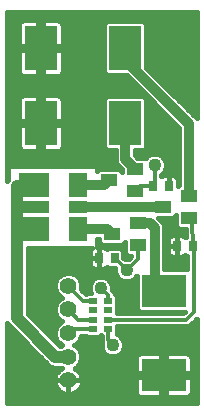
<source format=gtl>
G75*
G70*
%OFA0B0*%
%FSLAX24Y24*%
%IPPOS*%
%LPD*%
%AMOC8*
5,1,8,0,0,1.08239X$1,22.5*
%
%ADD10C,0.0555*%
%ADD11R,0.0630X0.0390*%
%ADD12R,0.0630X0.0830*%
%ADD13R,0.1020X0.0830*%
%ADD14R,0.1020X0.0390*%
%ADD15R,0.1100X0.1500*%
%ADD16R,0.1500X0.1100*%
%ADD17R,0.0551X0.0394*%
%ADD18R,0.0256X0.0197*%
%ADD19R,0.0276X0.0354*%
%ADD20C,0.0400*%
%ADD21C,0.0160*%
%ADD22C,0.0436*%
%ADD23C,0.0120*%
%ADD24C,0.0320*%
D10*
X002389Y001105D03*
X002389Y001893D03*
X002389Y002680D03*
X002389Y003467D03*
X002389Y004255D03*
D11*
X002705Y006880D03*
D12*
X002705Y007610D03*
X002705Y006150D03*
D13*
X001250Y006150D03*
X001250Y007610D03*
D14*
X001250Y006880D03*
D15*
X001480Y009680D03*
X001480Y012180D03*
X004290Y012180D03*
X004290Y009680D03*
D16*
X005580Y004090D03*
X005580Y001280D03*
D17*
X004713Y005606D03*
X004713Y006354D03*
X004613Y007406D03*
X004613Y008154D03*
X003747Y007780D03*
X003847Y005980D03*
X005547Y006880D03*
X006413Y006506D03*
X006413Y007254D03*
D18*
X003726Y003752D03*
X003726Y003437D03*
X003726Y003123D03*
X003726Y002808D03*
X003234Y002808D03*
X003234Y003123D03*
X003234Y003437D03*
X003234Y003752D03*
D19*
X003424Y005180D03*
X003936Y005180D03*
X005224Y007580D03*
X005736Y007580D03*
X006024Y005580D03*
X006536Y005580D03*
D20*
X002389Y001893D02*
X001967Y001893D01*
X000680Y003180D01*
X000680Y006280D01*
X001120Y006280D01*
X001250Y006150D01*
X000680Y006280D02*
X000680Y006880D01*
X001250Y006880D01*
X001280Y007480D02*
X001180Y007580D01*
X000680Y007580D01*
X000680Y006880D01*
X001180Y007580D02*
X001180Y007680D01*
X001250Y007610D02*
X001280Y007580D01*
X001280Y007480D01*
D21*
X000360Y003012D02*
X000360Y000360D01*
X006670Y000360D01*
X006670Y003159D01*
X006414Y002903D01*
X004014Y002903D01*
X004014Y002643D01*
X004008Y002636D01*
X004094Y002601D01*
X004201Y002494D01*
X004258Y002355D01*
X004258Y002205D01*
X004201Y002066D01*
X004094Y001959D01*
X003955Y001902D01*
X003805Y001902D01*
X003666Y001959D01*
X003559Y002066D01*
X003502Y002205D01*
X003502Y002355D01*
X003506Y002365D01*
X003506Y002575D01*
X003480Y002601D01*
X003428Y002549D01*
X003040Y002549D01*
X003001Y002588D01*
X002824Y002588D01*
X002760Y002432D01*
X002636Y002309D01*
X002581Y002286D01*
X002636Y002263D01*
X002760Y002140D01*
X002826Y001980D01*
X002826Y001806D01*
X002760Y001645D01*
X002636Y001522D01*
X002605Y001509D01*
X002628Y001496D01*
X002687Y001454D01*
X002738Y001403D01*
X002780Y001345D01*
X002813Y001281D01*
X002835Y001212D01*
X002846Y001141D01*
X002846Y001105D01*
X002389Y001105D01*
X002389Y001105D01*
X002389Y000648D01*
X002425Y000648D01*
X002496Y000659D01*
X002564Y000681D01*
X002628Y000714D01*
X002687Y000756D01*
X002738Y000807D01*
X002780Y000865D01*
X002813Y000930D01*
X002835Y000998D01*
X002846Y001069D01*
X002846Y001105D01*
X002389Y001105D01*
X002389Y001105D01*
X002389Y000648D01*
X002353Y000648D01*
X002282Y000659D01*
X002213Y000681D01*
X002149Y000714D01*
X002091Y000756D01*
X002040Y000807D01*
X001997Y000865D01*
X001965Y000930D01*
X001942Y000998D01*
X001931Y001069D01*
X001931Y001105D01*
X002389Y001105D01*
X002389Y001105D01*
X001931Y001105D01*
X001931Y001141D01*
X001942Y001212D01*
X001965Y001281D01*
X001997Y001345D01*
X002040Y001403D01*
X002091Y001454D01*
X002149Y001496D01*
X002173Y001509D01*
X002141Y001522D01*
X002130Y001533D01*
X001896Y001533D01*
X001763Y001587D01*
X001662Y001689D01*
X000375Y002976D01*
X000360Y003012D01*
X000360Y002983D02*
X000372Y002983D01*
X000360Y002824D02*
X000527Y002824D01*
X000685Y002666D02*
X000360Y002666D01*
X000360Y002507D02*
X000844Y002507D01*
X001002Y002349D02*
X000360Y002349D01*
X000360Y002190D02*
X001161Y002190D01*
X001319Y002032D02*
X000360Y002032D01*
X000360Y001873D02*
X001478Y001873D01*
X001636Y001715D02*
X000360Y001715D01*
X000360Y001556D02*
X001839Y001556D01*
X001951Y001239D02*
X000360Y001239D01*
X000360Y001398D02*
X002036Y001398D01*
X001931Y001081D02*
X000360Y001081D01*
X000360Y000922D02*
X001969Y000922D01*
X002083Y000764D02*
X000360Y000764D01*
X000360Y000605D02*
X004700Y000605D01*
X004686Y000619D02*
X004719Y000586D01*
X004761Y000562D01*
X004806Y000550D01*
X005500Y000550D01*
X005500Y001200D01*
X005660Y001200D01*
X005660Y001360D01*
X005500Y001360D01*
X005500Y002010D01*
X004806Y002010D01*
X004761Y001998D01*
X004719Y001974D01*
X004686Y001941D01*
X004662Y001899D01*
X004650Y001854D01*
X004650Y001360D01*
X005500Y001360D01*
X005500Y001200D01*
X004650Y001200D01*
X004650Y000706D01*
X004662Y000661D01*
X004686Y000619D01*
X004650Y000764D02*
X002694Y000764D01*
X002809Y000922D02*
X004650Y000922D01*
X004650Y001081D02*
X002846Y001081D01*
X002826Y001239D02*
X005500Y001239D01*
X005500Y001398D02*
X005660Y001398D01*
X005660Y001360D02*
X005660Y002010D01*
X006354Y002010D01*
X006399Y001998D01*
X006441Y001974D01*
X006474Y001941D01*
X006498Y001899D01*
X006510Y001854D01*
X006510Y001360D01*
X005660Y001360D01*
X005660Y001239D02*
X006670Y001239D01*
X006670Y001398D02*
X006510Y001398D01*
X006510Y001556D02*
X006670Y001556D01*
X006670Y001715D02*
X006510Y001715D01*
X006505Y001873D02*
X006670Y001873D01*
X006670Y002032D02*
X004166Y002032D01*
X004252Y002190D02*
X006670Y002190D01*
X006670Y002349D02*
X004258Y002349D01*
X004188Y002507D02*
X006670Y002507D01*
X006670Y002666D02*
X004014Y002666D01*
X004014Y002824D02*
X006670Y002824D01*
X006670Y002983D02*
X006494Y002983D01*
X006652Y003141D02*
X006670Y003141D01*
X006269Y003380D02*
X006231Y003343D01*
X004014Y003343D01*
X004014Y003917D01*
X003946Y003985D01*
X003946Y004025D01*
X003858Y004113D01*
X003858Y004255D01*
X003801Y004394D01*
X003694Y004501D01*
X003555Y004558D01*
X003405Y004558D01*
X003266Y004501D01*
X003159Y004394D01*
X003102Y004255D01*
X003102Y004105D01*
X003141Y004011D01*
X003040Y004011D01*
X003001Y003972D01*
X002982Y003972D01*
X002815Y004140D01*
X002826Y004168D01*
X002826Y004342D01*
X002760Y004503D01*
X002636Y004626D01*
X002476Y004692D01*
X002302Y004692D01*
X002141Y004626D01*
X002018Y004503D01*
X001951Y004342D01*
X001951Y004168D01*
X002018Y004007D01*
X002141Y003884D01*
X002196Y003861D01*
X002141Y003838D01*
X002018Y003715D01*
X001951Y003554D01*
X001951Y003380D01*
X002018Y003220D01*
X002141Y003097D01*
X002196Y003074D01*
X002141Y003051D01*
X002018Y002928D01*
X001951Y002767D01*
X001951Y002593D01*
X002018Y002432D01*
X002141Y002309D01*
X002196Y002286D01*
X002141Y002263D01*
X002130Y002253D01*
X002117Y002253D01*
X001040Y003329D01*
X001040Y005500D01*
X003175Y005500D01*
X003142Y005468D01*
X003119Y005427D01*
X003106Y005381D01*
X003106Y005180D01*
X003106Y004979D01*
X003119Y004933D01*
X003142Y004892D01*
X003176Y004859D01*
X003217Y004835D01*
X003263Y004823D01*
X003424Y004823D01*
X003424Y005180D01*
X003106Y005180D01*
X003424Y005180D01*
X003424Y005180D01*
X003424Y005537D01*
X003350Y005537D01*
X003360Y005547D01*
X003360Y005830D01*
X003411Y005830D01*
X003411Y005717D01*
X003505Y005623D01*
X004189Y005623D01*
X004277Y005712D01*
X004277Y005343D01*
X004371Y005249D01*
X004493Y005249D01*
X004493Y005248D01*
X004403Y005158D01*
X004269Y005158D01*
X004234Y005193D01*
X004234Y005423D01*
X004140Y005517D01*
X003732Y005517D01*
X003694Y005479D01*
X003672Y005501D01*
X003631Y005525D01*
X003586Y005537D01*
X003424Y005537D01*
X003424Y005180D01*
X003424Y005180D01*
X003424Y005180D01*
X003424Y004823D01*
X003586Y004823D01*
X003631Y004835D01*
X003672Y004859D01*
X003694Y004881D01*
X003732Y004843D01*
X003958Y004843D01*
X003958Y004705D01*
X004015Y004566D01*
X004122Y004459D01*
X004261Y004402D01*
X004411Y004402D01*
X004550Y004459D01*
X004656Y004566D01*
X004670Y004599D01*
X004670Y003474D01*
X004764Y003380D01*
X006269Y003380D01*
X006360Y004800D02*
X005600Y004800D01*
X005600Y006244D01*
X005551Y006361D01*
X005461Y006451D01*
X005389Y006523D01*
X005889Y006523D01*
X005977Y006612D01*
X005977Y006243D01*
X006071Y006149D01*
X006308Y006149D01*
X006311Y005897D01*
X006294Y005879D01*
X006272Y005901D01*
X006231Y005925D01*
X006186Y005937D01*
X006024Y005937D01*
X005863Y005937D01*
X005817Y005925D01*
X005776Y005901D01*
X005742Y005868D01*
X005719Y005827D01*
X005706Y005781D01*
X005706Y005580D01*
X005706Y005379D01*
X005719Y005333D01*
X005742Y005292D01*
X005776Y005259D01*
X005817Y005235D01*
X005863Y005223D01*
X006024Y005223D01*
X006024Y005580D01*
X005706Y005580D01*
X006024Y005580D01*
X006024Y005580D01*
X006024Y005580D01*
X006024Y005937D01*
X006024Y005580D01*
X006024Y005580D01*
X006024Y005223D01*
X006186Y005223D01*
X006231Y005235D01*
X006272Y005259D01*
X006294Y005281D01*
X006332Y005243D01*
X006360Y005243D01*
X006360Y004800D01*
X006360Y004885D02*
X005600Y004885D01*
X005600Y005043D02*
X006360Y005043D01*
X006360Y005202D02*
X005600Y005202D01*
X005600Y005360D02*
X005711Y005360D01*
X005706Y005519D02*
X005600Y005519D01*
X005600Y005677D02*
X005706Y005677D01*
X005724Y005836D02*
X005600Y005836D01*
X005600Y005994D02*
X006310Y005994D01*
X006068Y006153D02*
X005600Y006153D01*
X005572Y006311D02*
X005977Y006311D01*
X005977Y006470D02*
X005443Y006470D01*
X005461Y006451D02*
X005461Y006451D01*
X006024Y005836D02*
X006024Y005836D01*
X006024Y005677D02*
X006024Y005677D01*
X006024Y005519D02*
X006024Y005519D01*
X006024Y005360D02*
X006024Y005360D01*
X004670Y004568D02*
X004657Y004568D01*
X004670Y004409D02*
X004428Y004409D01*
X004243Y004409D02*
X003786Y004409D01*
X003858Y004251D02*
X004670Y004251D01*
X004670Y004092D02*
X003879Y004092D01*
X003998Y003934D02*
X004670Y003934D01*
X004670Y003775D02*
X004014Y003775D01*
X004014Y003617D02*
X004670Y003617D01*
X004686Y003458D02*
X004014Y003458D01*
X003506Y002507D02*
X002791Y002507D01*
X002676Y002349D02*
X003502Y002349D01*
X003508Y002190D02*
X002710Y002190D01*
X002805Y002032D02*
X003594Y002032D01*
X002826Y001873D02*
X004655Y001873D01*
X004650Y001715D02*
X002788Y001715D01*
X002671Y001556D02*
X004650Y001556D01*
X004650Y001398D02*
X002742Y001398D01*
X002389Y001081D02*
X002389Y001081D01*
X002389Y000922D02*
X002389Y000922D01*
X002389Y000764D02*
X002389Y000764D01*
X002101Y002349D02*
X002021Y002349D01*
X001987Y002507D02*
X001862Y002507D01*
X001951Y002666D02*
X001704Y002666D01*
X001545Y002824D02*
X001975Y002824D01*
X002072Y002983D02*
X001387Y002983D01*
X001228Y003141D02*
X002096Y003141D01*
X001985Y003300D02*
X001070Y003300D01*
X001040Y003458D02*
X001951Y003458D01*
X001977Y003617D02*
X001040Y003617D01*
X001040Y003775D02*
X002078Y003775D01*
X002091Y003934D02*
X001040Y003934D01*
X001040Y004092D02*
X001983Y004092D01*
X001951Y004251D02*
X001040Y004251D01*
X001040Y004409D02*
X001979Y004409D01*
X002083Y004568D02*
X001040Y004568D01*
X001040Y004726D02*
X003958Y004726D01*
X004015Y004568D02*
X002695Y004568D01*
X002798Y004409D02*
X003174Y004409D01*
X003102Y004251D02*
X002826Y004251D01*
X002863Y004092D02*
X003107Y004092D01*
X003150Y004885D02*
X001040Y004885D01*
X001040Y005043D02*
X003106Y005043D01*
X003106Y005202D02*
X001040Y005202D01*
X001040Y005360D02*
X003106Y005360D01*
X003360Y005677D02*
X003451Y005677D01*
X003424Y005519D02*
X003424Y005519D01*
X003424Y005360D02*
X003424Y005360D01*
X003424Y005202D02*
X003424Y005202D01*
X003424Y005043D02*
X003424Y005043D01*
X003424Y004885D02*
X003424Y004885D01*
X003642Y005519D02*
X004277Y005519D01*
X004277Y005677D02*
X004243Y005677D01*
X004234Y005360D02*
X004277Y005360D01*
X004234Y005202D02*
X004446Y005202D01*
X005736Y007580D02*
X005736Y007937D01*
X005736Y007580D01*
X005736Y007580D01*
X005736Y007738D02*
X005736Y007738D01*
X005736Y007896D02*
X005736Y007896D01*
X005736Y007937D02*
X005574Y007937D01*
X005529Y007925D01*
X005500Y007908D01*
X005500Y007965D01*
X005601Y008066D01*
X005658Y008205D01*
X005658Y008355D01*
X005601Y008494D01*
X005494Y008601D01*
X005355Y008658D01*
X005205Y008658D01*
X005066Y008601D01*
X004966Y008500D01*
X004955Y008511D01*
X004709Y008511D01*
X004610Y008610D01*
X004610Y008770D01*
X004906Y008770D01*
X005000Y008864D01*
X005000Y010496D01*
X004906Y010590D01*
X003674Y010590D01*
X003580Y010496D01*
X003580Y008864D01*
X003674Y008770D01*
X003970Y008770D01*
X003970Y008413D01*
X004019Y008296D01*
X004109Y008206D01*
X004177Y008137D01*
X004177Y008048D01*
X004089Y008137D01*
X003405Y008137D01*
X003360Y008092D01*
X003360Y008213D01*
X004102Y008213D01*
X004109Y008206D02*
X004109Y008206D01*
X004171Y008055D02*
X004177Y008055D01*
X003987Y008372D02*
X000360Y008372D01*
X000447Y008260D02*
X000400Y008213D01*
X000360Y008213D01*
X000400Y008213D02*
X000400Y007809D01*
X000375Y007784D01*
X000360Y007748D01*
X000360Y013396D01*
X006670Y013396D01*
X006670Y009842D01*
X005000Y011513D01*
X005000Y012996D01*
X004906Y013090D01*
X003674Y013090D01*
X003580Y012996D01*
X003580Y011364D01*
X003674Y011270D01*
X004337Y011270D01*
X006093Y009514D01*
X006093Y007611D01*
X006071Y007611D01*
X006054Y007593D01*
X006054Y007781D01*
X006041Y007827D01*
X006018Y007868D01*
X005984Y007901D01*
X005943Y007925D01*
X005897Y007937D01*
X005736Y007937D01*
X005589Y008055D02*
X006093Y008055D01*
X006093Y008213D02*
X005658Y008213D01*
X005651Y008372D02*
X006093Y008372D01*
X006093Y008530D02*
X005565Y008530D01*
X005989Y007896D02*
X006093Y007896D01*
X006093Y007738D02*
X006054Y007738D01*
X006093Y008689D02*
X004610Y008689D01*
X004690Y008530D02*
X004995Y008530D01*
X004983Y008847D02*
X006093Y008847D01*
X006093Y009006D02*
X005000Y009006D01*
X005000Y009164D02*
X006093Y009164D01*
X006093Y009323D02*
X005000Y009323D01*
X005000Y009481D02*
X006093Y009481D01*
X005968Y009640D02*
X005000Y009640D01*
X005000Y009798D02*
X005809Y009798D01*
X005651Y009957D02*
X005000Y009957D01*
X005000Y010115D02*
X005492Y010115D01*
X005334Y010274D02*
X005000Y010274D01*
X005000Y010432D02*
X005175Y010432D01*
X005017Y010591D02*
X002112Y010591D01*
X002099Y010598D02*
X002054Y010610D01*
X001560Y010610D01*
X001560Y009760D01*
X002210Y009760D01*
X002210Y010454D01*
X002198Y010499D01*
X002174Y010541D01*
X002141Y010574D01*
X002099Y010598D01*
X002210Y010432D02*
X003580Y010432D01*
X003580Y010274D02*
X002210Y010274D01*
X002210Y010115D02*
X003580Y010115D01*
X003580Y009957D02*
X002210Y009957D01*
X002210Y009798D02*
X003580Y009798D01*
X003580Y009640D02*
X001560Y009640D01*
X001560Y009600D02*
X001560Y009760D01*
X001400Y009760D01*
X001400Y010610D01*
X000906Y010610D01*
X000861Y010598D01*
X000819Y010574D01*
X000786Y010541D01*
X000762Y010499D01*
X000750Y010454D01*
X000750Y009760D01*
X001400Y009760D01*
X001400Y009600D01*
X001560Y009600D01*
X002210Y009600D01*
X002210Y008906D01*
X002198Y008861D01*
X002174Y008819D01*
X002141Y008786D01*
X002099Y008762D01*
X002054Y008750D01*
X001560Y008750D01*
X001560Y009600D01*
X001560Y009481D02*
X001400Y009481D01*
X001400Y009600D02*
X001400Y008750D01*
X000906Y008750D01*
X000861Y008762D01*
X000819Y008786D01*
X000786Y008819D01*
X000762Y008861D01*
X000750Y008906D01*
X000750Y009600D01*
X001400Y009600D01*
X001400Y009640D02*
X000360Y009640D01*
X000360Y009798D02*
X000750Y009798D01*
X000750Y009957D02*
X000360Y009957D01*
X000360Y010115D02*
X000750Y010115D01*
X000750Y010274D02*
X000360Y010274D01*
X000360Y010432D02*
X000750Y010432D01*
X000848Y010591D02*
X000360Y010591D01*
X000360Y010749D02*
X004858Y010749D01*
X004700Y010908D02*
X000360Y010908D01*
X000360Y011066D02*
X004541Y011066D01*
X004383Y011225D02*
X000360Y011225D01*
X000360Y011383D02*
X000756Y011383D01*
X000762Y011361D02*
X000750Y011406D01*
X000750Y012100D01*
X001400Y012100D01*
X001560Y012100D01*
X001560Y012260D01*
X002210Y012260D01*
X002210Y012954D01*
X002198Y012999D01*
X002174Y013041D01*
X002141Y013074D01*
X002099Y013098D01*
X002054Y013110D01*
X001560Y013110D01*
X001560Y012260D01*
X001400Y012260D01*
X001400Y013110D01*
X000906Y013110D01*
X000861Y013098D01*
X000819Y013074D01*
X000786Y013041D01*
X000762Y012999D01*
X000750Y012954D01*
X000750Y012260D01*
X001400Y012260D01*
X001400Y012100D01*
X001400Y011250D01*
X000906Y011250D01*
X000861Y011262D01*
X000819Y011286D01*
X000786Y011319D01*
X000762Y011361D01*
X000750Y011542D02*
X000360Y011542D01*
X000360Y011700D02*
X000750Y011700D01*
X000750Y011859D02*
X000360Y011859D01*
X000360Y012017D02*
X000750Y012017D01*
X000750Y012334D02*
X000360Y012334D01*
X000360Y012176D02*
X001400Y012176D01*
X001400Y012334D02*
X001560Y012334D01*
X001560Y012176D02*
X003580Y012176D01*
X003580Y012334D02*
X002210Y012334D01*
X002210Y012493D02*
X003580Y012493D01*
X003580Y012651D02*
X002210Y012651D01*
X002210Y012810D02*
X003580Y012810D01*
X003580Y012968D02*
X002206Y012968D01*
X002210Y012100D02*
X001560Y012100D01*
X001560Y011250D01*
X002054Y011250D01*
X002099Y011262D01*
X002141Y011286D01*
X002174Y011319D01*
X002198Y011361D01*
X002210Y011406D01*
X002210Y012100D01*
X002210Y012017D02*
X003580Y012017D01*
X003580Y011859D02*
X002210Y011859D01*
X002210Y011700D02*
X003580Y011700D01*
X003580Y011542D02*
X002210Y011542D01*
X002204Y011383D02*
X003580Y011383D01*
X003580Y009481D02*
X002210Y009481D01*
X002210Y009323D02*
X003580Y009323D01*
X003580Y009164D02*
X002210Y009164D01*
X002210Y009006D02*
X003580Y009006D01*
X003597Y008847D02*
X002190Y008847D01*
X001560Y008847D02*
X001400Y008847D01*
X001400Y009006D02*
X001560Y009006D01*
X001560Y009164D02*
X001400Y009164D01*
X001400Y009323D02*
X001560Y009323D01*
X001560Y009798D02*
X001400Y009798D01*
X001400Y009957D02*
X001560Y009957D01*
X001560Y010115D02*
X001400Y010115D01*
X001400Y010274D02*
X001560Y010274D01*
X001560Y010432D02*
X001400Y010432D01*
X001400Y010591D02*
X001560Y010591D01*
X001560Y011383D02*
X001400Y011383D01*
X001400Y011542D02*
X001560Y011542D01*
X001560Y011700D02*
X001400Y011700D01*
X001400Y011859D02*
X001560Y011859D01*
X001560Y012017D02*
X001400Y012017D01*
X001400Y012493D02*
X001560Y012493D01*
X001560Y012651D02*
X001400Y012651D01*
X001400Y012810D02*
X001560Y012810D01*
X001560Y012968D02*
X001400Y012968D01*
X000754Y012968D02*
X000360Y012968D01*
X000360Y012810D02*
X000750Y012810D01*
X000750Y012651D02*
X000360Y012651D01*
X000360Y012493D02*
X000750Y012493D01*
X000360Y013127D02*
X006670Y013127D01*
X006670Y013285D02*
X000360Y013285D01*
X000360Y009481D02*
X000750Y009481D01*
X000750Y009323D02*
X000360Y009323D01*
X000360Y009164D02*
X000750Y009164D01*
X000750Y009006D02*
X000360Y009006D01*
X000360Y008847D02*
X000770Y008847D01*
X000447Y008260D02*
X003313Y008260D01*
X003360Y008213D01*
X003970Y008530D02*
X000360Y008530D01*
X000360Y008689D02*
X003970Y008689D01*
X005447Y011066D02*
X006670Y011066D01*
X006670Y010908D02*
X005605Y010908D01*
X005764Y010749D02*
X006670Y010749D01*
X006670Y010591D02*
X005922Y010591D01*
X006081Y010432D02*
X006670Y010432D01*
X006670Y010274D02*
X006239Y010274D01*
X006398Y010115D02*
X006670Y010115D01*
X006670Y009957D02*
X006556Y009957D01*
X006670Y011225D02*
X005288Y011225D01*
X005130Y011383D02*
X006670Y011383D01*
X006670Y011542D02*
X005000Y011542D01*
X005000Y011700D02*
X006670Y011700D01*
X006670Y011859D02*
X005000Y011859D01*
X005000Y012017D02*
X006670Y012017D01*
X006670Y012176D02*
X005000Y012176D01*
X005000Y012334D02*
X006670Y012334D01*
X006670Y012493D02*
X005000Y012493D01*
X005000Y012651D02*
X006670Y012651D01*
X006670Y012810D02*
X005000Y012810D01*
X005000Y012968D02*
X006670Y012968D01*
X000400Y008055D02*
X000360Y008055D01*
X000360Y007896D02*
X000400Y007896D01*
X000360Y000447D02*
X006670Y000447D01*
X006670Y000605D02*
X006460Y000605D01*
X006474Y000619D02*
X006498Y000661D01*
X006510Y000706D01*
X006510Y001200D01*
X005660Y001200D01*
X005660Y000550D01*
X006354Y000550D01*
X006399Y000562D01*
X006441Y000586D01*
X006474Y000619D01*
X006510Y000764D02*
X006670Y000764D01*
X006670Y000922D02*
X006510Y000922D01*
X006510Y001081D02*
X006670Y001081D01*
X005660Y001081D02*
X005500Y001081D01*
X005500Y000922D02*
X005660Y000922D01*
X005660Y000764D02*
X005500Y000764D01*
X005500Y000605D02*
X005660Y000605D01*
X005660Y001556D02*
X005500Y001556D01*
X005500Y001715D02*
X005660Y001715D01*
X005660Y001873D02*
X005500Y001873D01*
D22*
X003880Y002280D03*
X003480Y004180D03*
X004336Y004780D03*
X005780Y006180D03*
X005280Y008280D03*
X005680Y009280D03*
X002480Y005280D03*
D23*
X002389Y004255D02*
X002891Y003752D01*
X003234Y003752D01*
X003480Y004180D02*
X003726Y003934D01*
X003726Y003752D01*
X003726Y003123D02*
X006323Y003123D01*
X006580Y003380D01*
X006580Y005536D01*
X006536Y005580D01*
X006524Y006395D01*
X006413Y006506D01*
X005280Y007636D02*
X005280Y008280D01*
X005280Y007636D02*
X005224Y007580D01*
X004787Y007580D01*
X004613Y007406D01*
X004713Y005606D02*
X004713Y005157D01*
X004336Y004780D01*
X004380Y004780D01*
X004336Y004780D02*
X003936Y005180D01*
X003234Y003123D02*
X002734Y003123D01*
X002389Y003467D01*
X002516Y002808D02*
X002389Y002680D01*
X002516Y002808D02*
X003234Y002808D01*
X003726Y002808D02*
X003726Y002434D01*
X003880Y002280D01*
D24*
X005280Y004190D02*
X005580Y004090D01*
X005280Y004190D02*
X005280Y006180D01*
X005106Y006354D01*
X004713Y006354D01*
X003847Y005980D02*
X003677Y006150D01*
X002705Y006150D01*
X002705Y006880D02*
X005547Y006880D01*
X006413Y007254D02*
X006413Y009647D01*
X004280Y011780D01*
X004280Y012180D01*
X004290Y012180D01*
X004290Y009680D02*
X004290Y008477D01*
X004613Y008154D01*
X003747Y007780D02*
X003577Y007610D01*
X002705Y007610D01*
M02*

</source>
